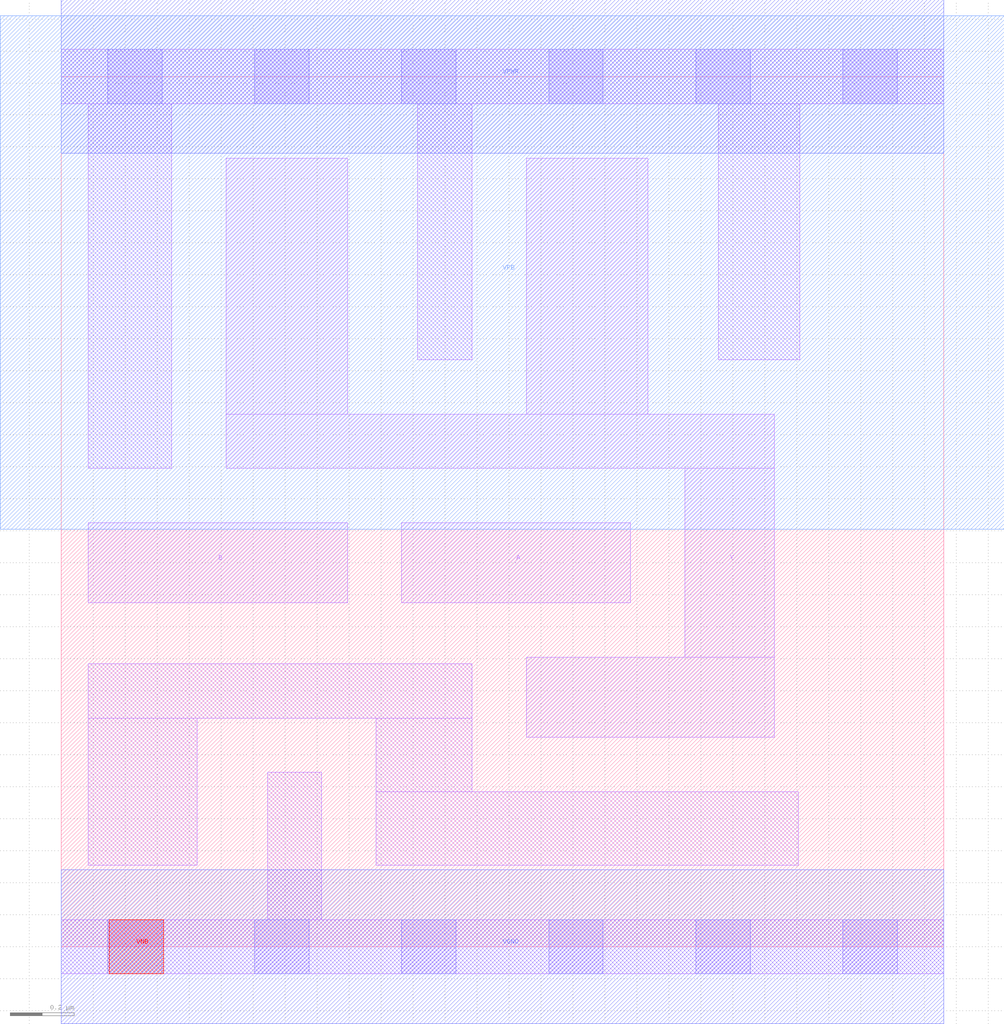
<source format=lef>
# Copyright 2020 The SkyWater PDK Authors
#
# Licensed under the Apache License, Version 2.0 (the "License");
# you may not use this file except in compliance with the License.
# You may obtain a copy of the License at
#
#     https://www.apache.org/licenses/LICENSE-2.0
#
# Unless required by applicable law or agreed to in writing, software
# distributed under the License is distributed on an "AS IS" BASIS,
# WITHOUT WARRANTIES OR CONDITIONS OF ANY KIND, either express or implied.
# See the License for the specific language governing permissions and
# limitations under the License.
#
# SPDX-License-Identifier: Apache-2.0

VERSION 5.7 ;
  NOWIREEXTENSIONATPIN ON ;
  DIVIDERCHAR "/" ;
  BUSBITCHARS "[]" ;
PROPERTYDEFINITIONS
  MACRO maskLayoutSubType STRING ;
  MACRO prCellType STRING ;
  MACRO originalViewName STRING ;
END PROPERTYDEFINITIONS
MACRO sky130_fd_sc_hdll__nand2_2
  CLASS CORE ;
  FOREIGN sky130_fd_sc_hdll__nand2_2 ;
  ORIGIN  0.000000  0.000000 ;
  SIZE  2.760000 BY  2.720000 ;
  SYMMETRY X Y R90 ;
  SITE unithd ;
  PIN A
    ANTENNAGATEAREA  0.555000 ;
    DIRECTION INPUT ;
    USE SIGNAL ;
    PORT
      LAYER li1 ;
        RECT 1.065000 1.075000 1.780000 1.325000 ;
    END
  END A
  PIN B
    ANTENNAGATEAREA  0.555000 ;
    DIRECTION INPUT ;
    USE SIGNAL ;
    PORT
      LAYER li1 ;
        RECT 0.085000 1.075000 0.895000 1.325000 ;
    END
  END B
  PIN VNB
    PORT
      LAYER pwell ;
        RECT 0.150000 -0.085000 0.320000 0.085000 ;
    END
  END VNB
  PIN VPB
    PORT
      LAYER nwell ;
        RECT -0.190000 1.305000 2.950000 2.910000 ;
    END
  END VPB
  PIN Y
    ANTENNADIFFAREA  0.820500 ;
    DIRECTION OUTPUT ;
    USE SIGNAL ;
    PORT
      LAYER li1 ;
        RECT 0.515000 1.495000 2.230000 1.665000 ;
        RECT 0.515000 1.665000 0.895000 2.465000 ;
        RECT 1.455000 0.655000 2.230000 0.905000 ;
        RECT 1.455000 1.665000 1.835000 2.465000 ;
        RECT 1.950000 0.905000 2.230000 1.495000 ;
    END
  END Y
  PIN VGND
    DIRECTION INOUT ;
    USE GROUND ;
    PORT
      LAYER met1 ;
        RECT 0.000000 -0.240000 2.760000 0.240000 ;
    END
  END VGND
  PIN VPWR
    DIRECTION INOUT ;
    USE POWER ;
    PORT
      LAYER met1 ;
        RECT 0.000000 2.480000 2.760000 2.960000 ;
    END
  END VPWR
  OBS
    LAYER li1 ;
      RECT 0.000000 -0.085000 2.760000 0.085000 ;
      RECT 0.000000  2.635000 2.760000 2.805000 ;
      RECT 0.085000  0.255000 0.425000 0.715000 ;
      RECT 0.085000  0.715000 1.285000 0.885000 ;
      RECT 0.085000  1.495000 0.345000 2.635000 ;
      RECT 0.645000  0.085000 0.815000 0.545000 ;
      RECT 0.985000  0.255000 2.305000 0.485000 ;
      RECT 0.985000  0.485000 1.285000 0.715000 ;
      RECT 1.115000  1.835000 1.285000 2.635000 ;
      RECT 2.055000  1.835000 2.310000 2.635000 ;
    LAYER mcon ;
      RECT 0.145000 -0.085000 0.315000 0.085000 ;
      RECT 0.145000  2.635000 0.315000 2.805000 ;
      RECT 0.605000 -0.085000 0.775000 0.085000 ;
      RECT 0.605000  2.635000 0.775000 2.805000 ;
      RECT 1.065000 -0.085000 1.235000 0.085000 ;
      RECT 1.065000  2.635000 1.235000 2.805000 ;
      RECT 1.525000 -0.085000 1.695000 0.085000 ;
      RECT 1.525000  2.635000 1.695000 2.805000 ;
      RECT 1.985000 -0.085000 2.155000 0.085000 ;
      RECT 1.985000  2.635000 2.155000 2.805000 ;
      RECT 2.445000 -0.085000 2.615000 0.085000 ;
      RECT 2.445000  2.635000 2.615000 2.805000 ;
  END
  PROPERTY maskLayoutSubType "abstract" ;
  PROPERTY prCellType "standard" ;
  PROPERTY originalViewName "layout" ;
END sky130_fd_sc_hdll__nand2_2
END LIBRARY

</source>
